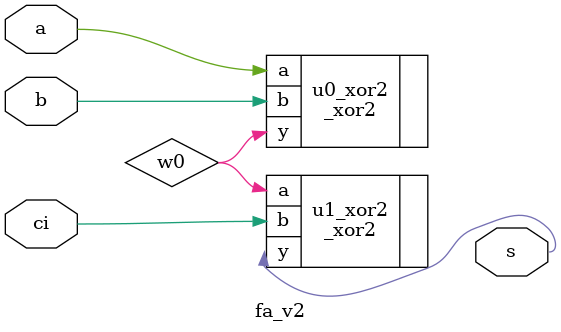
<source format=v>
module fa_v2(a, b, ci, s);
	input a, b, ci;
	output s;
	wire w0, w1;
	
	_xor2 u0_xor2(.a(a), .b(b), .y(w0));
	_xor2 u1_xor2(.a(w0), .b(ci), .y(s));
endmodule

</source>
